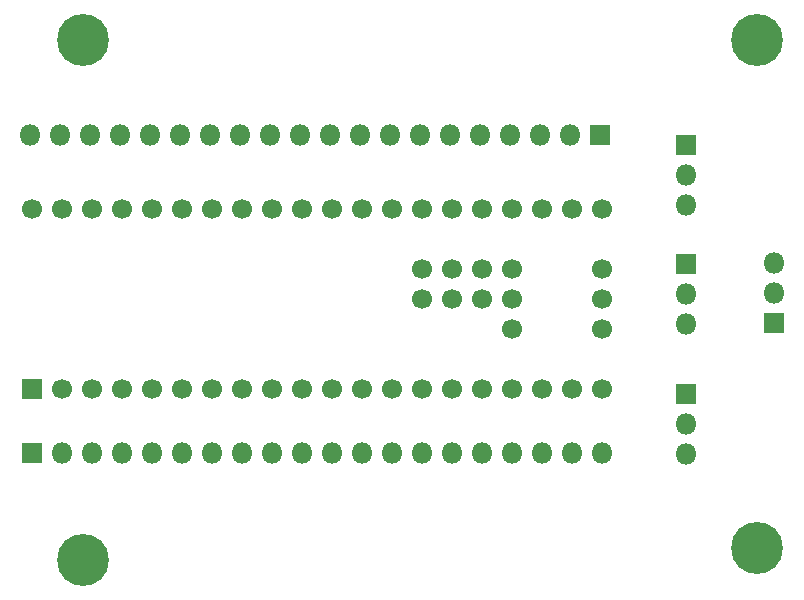
<source format=gbr>
%TF.GenerationSoftware,KiCad,Pcbnew,5.1.6-c6e7f7d~87~ubuntu20.04.1*%
%TF.CreationDate,2020-08-28T13:02:35+02:00*%
%TF.ProjectId,teensy adapter,7465656e-7379-4206-9164-61707465722e,rev?*%
%TF.SameCoordinates,Original*%
%TF.FileFunction,Soldermask,Top*%
%TF.FilePolarity,Negative*%
%FSLAX46Y46*%
G04 Gerber Fmt 4.6, Leading zero omitted, Abs format (unit mm)*
G04 Created by KiCad (PCBNEW 5.1.6-c6e7f7d~87~ubuntu20.04.1) date 2020-08-28 13:02:35*
%MOMM*%
%LPD*%
G01*
G04 APERTURE LIST*
%ADD10C,4.400000*%
%ADD11R,1.800000X1.800000*%
%ADD12O,1.800000X1.800000*%
%ADD13C,1.700000*%
%ADD14R,1.700000X1.700000*%
G04 APERTURE END LIST*
D10*
%TO.C,REF\u002A\u002A*%
X132000000Y-31000000D03*
%TD*%
%TO.C,REF\u002A\u002A*%
X132000000Y-74000000D03*
%TD*%
%TO.C,REF\u002A\u002A*%
X75000000Y-75000000D03*
%TD*%
%TO.C,REF\u002A\u002A*%
X75000000Y-31000000D03*
%TD*%
D11*
%TO.C,J2*%
X70680000Y-66000000D03*
D12*
X73220000Y-66000000D03*
X75760000Y-66000000D03*
X78300000Y-66000000D03*
X80840000Y-66000000D03*
X83380000Y-66000000D03*
X85920000Y-66000000D03*
X88460000Y-66000000D03*
X91000000Y-66000000D03*
X93540000Y-66000000D03*
X96080000Y-66000000D03*
X98620000Y-66000000D03*
X101160000Y-66000000D03*
X103700000Y-66000000D03*
X106240000Y-66000000D03*
X108780000Y-66000000D03*
X111320000Y-66000000D03*
X113860000Y-66000000D03*
X116400000Y-66000000D03*
X118940000Y-66000000D03*
%TD*%
D11*
%TO.C,J3*%
X126000000Y-39920000D03*
D12*
X126000000Y-42460000D03*
X126000000Y-45000000D03*
%TD*%
D11*
%TO.C,J4*%
X126000000Y-61000000D03*
D12*
X126000000Y-63540000D03*
X126000000Y-66080000D03*
%TD*%
%TO.C,J5*%
X126000000Y-55080000D03*
X126000000Y-52540000D03*
D11*
X126000000Y-50000000D03*
%TD*%
D12*
%TO.C,J6*%
X70460000Y-39000000D03*
X73000000Y-39000000D03*
X75540000Y-39000000D03*
X78080000Y-39000000D03*
X80620000Y-39000000D03*
X83160000Y-39000000D03*
X85700000Y-39000000D03*
X88240000Y-39000000D03*
X90780000Y-39000000D03*
X93320000Y-39000000D03*
X95860000Y-39000000D03*
X98400000Y-39000000D03*
X100940000Y-39000000D03*
X103480000Y-39000000D03*
X106020000Y-39000000D03*
X108560000Y-39000000D03*
X111100000Y-39000000D03*
X113640000Y-39000000D03*
X116180000Y-39000000D03*
D11*
X118720000Y-39000000D03*
%TD*%
D13*
%TO.C,U1*%
X90965000Y-60585000D03*
X93505000Y-60585000D03*
X96045000Y-60585000D03*
X88425000Y-60585000D03*
X85885000Y-60585000D03*
X83345000Y-60585000D03*
X80805000Y-60585000D03*
X78265000Y-60585000D03*
X75725000Y-60585000D03*
X73185000Y-60585000D03*
D14*
X70645000Y-60585000D03*
D13*
X98585000Y-60585000D03*
X101125000Y-60585000D03*
X103665000Y-60585000D03*
X106205000Y-60585000D03*
X108745000Y-60585000D03*
X111285000Y-60585000D03*
X113825000Y-60585000D03*
X116365000Y-60585000D03*
X118905000Y-60585000D03*
X118905000Y-55505000D03*
X118905000Y-52965000D03*
X118905000Y-50425000D03*
X118905000Y-45345000D03*
X116365000Y-45345000D03*
X113825000Y-45345000D03*
X111285000Y-45345000D03*
X108745000Y-45345000D03*
X106205000Y-45345000D03*
X103665000Y-45345000D03*
X101125000Y-45345000D03*
X98585000Y-45345000D03*
X96045000Y-45345000D03*
X93505000Y-45345000D03*
X90965000Y-45345000D03*
X88425000Y-45345000D03*
X85885000Y-45345000D03*
X83345000Y-45345000D03*
X80805000Y-45345000D03*
X78265000Y-45345000D03*
X75725000Y-45345000D03*
X73185000Y-45345000D03*
X70645000Y-45345000D03*
X106205000Y-52965000D03*
X103665000Y-52965000D03*
X111285000Y-50425000D03*
X111285000Y-55505000D03*
X111285000Y-52965000D03*
X108745000Y-52965000D03*
X103665000Y-50425000D03*
X108745000Y-50425000D03*
X106205000Y-50425000D03*
%TD*%
D11*
%TO.C,J1*%
X133500000Y-55000000D03*
D12*
X133500000Y-52460000D03*
X133500000Y-49920000D03*
%TD*%
M02*

</source>
